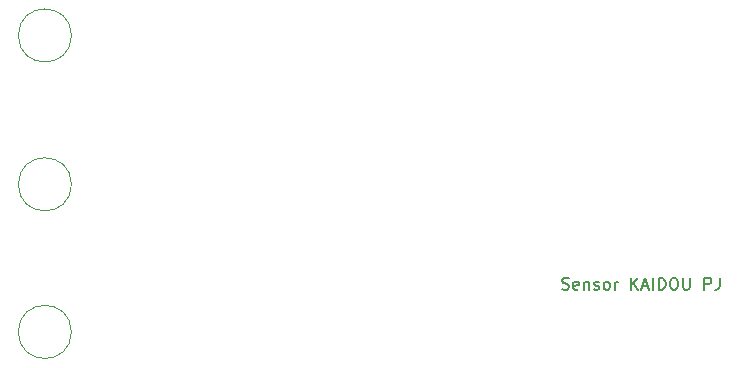
<source format=gbr>
%TF.GenerationSoftware,KiCad,Pcbnew,7.0.5*%
%TF.CreationDate,2024-01-28T13:12:23+09:00*%
%TF.ProjectId,standard_30x80,7374616e-6461-4726-945f-33307838302e,rev?*%
%TF.SameCoordinates,Original*%
%TF.FileFunction,Legend,Top*%
%TF.FilePolarity,Positive*%
%FSLAX46Y46*%
G04 Gerber Fmt 4.6, Leading zero omitted, Abs format (unit mm)*
G04 Created by KiCad (PCBNEW 7.0.5) date 2024-01-28 13:12:23*
%MOMM*%
%LPD*%
G01*
G04 APERTURE LIST*
%ADD10C,0.150000*%
%ADD11C,0.120000*%
G04 APERTURE END LIST*
D10*
X138289160Y-84072200D02*
X138432017Y-84119819D01*
X138432017Y-84119819D02*
X138670112Y-84119819D01*
X138670112Y-84119819D02*
X138765350Y-84072200D01*
X138765350Y-84072200D02*
X138812969Y-84024580D01*
X138812969Y-84024580D02*
X138860588Y-83929342D01*
X138860588Y-83929342D02*
X138860588Y-83834104D01*
X138860588Y-83834104D02*
X138812969Y-83738866D01*
X138812969Y-83738866D02*
X138765350Y-83691247D01*
X138765350Y-83691247D02*
X138670112Y-83643628D01*
X138670112Y-83643628D02*
X138479636Y-83596009D01*
X138479636Y-83596009D02*
X138384398Y-83548390D01*
X138384398Y-83548390D02*
X138336779Y-83500771D01*
X138336779Y-83500771D02*
X138289160Y-83405533D01*
X138289160Y-83405533D02*
X138289160Y-83310295D01*
X138289160Y-83310295D02*
X138336779Y-83215057D01*
X138336779Y-83215057D02*
X138384398Y-83167438D01*
X138384398Y-83167438D02*
X138479636Y-83119819D01*
X138479636Y-83119819D02*
X138717731Y-83119819D01*
X138717731Y-83119819D02*
X138860588Y-83167438D01*
X139670112Y-84072200D02*
X139574874Y-84119819D01*
X139574874Y-84119819D02*
X139384398Y-84119819D01*
X139384398Y-84119819D02*
X139289160Y-84072200D01*
X139289160Y-84072200D02*
X139241541Y-83976961D01*
X139241541Y-83976961D02*
X139241541Y-83596009D01*
X139241541Y-83596009D02*
X139289160Y-83500771D01*
X139289160Y-83500771D02*
X139384398Y-83453152D01*
X139384398Y-83453152D02*
X139574874Y-83453152D01*
X139574874Y-83453152D02*
X139670112Y-83500771D01*
X139670112Y-83500771D02*
X139717731Y-83596009D01*
X139717731Y-83596009D02*
X139717731Y-83691247D01*
X139717731Y-83691247D02*
X139241541Y-83786485D01*
X140146303Y-83453152D02*
X140146303Y-84119819D01*
X140146303Y-83548390D02*
X140193922Y-83500771D01*
X140193922Y-83500771D02*
X140289160Y-83453152D01*
X140289160Y-83453152D02*
X140432017Y-83453152D01*
X140432017Y-83453152D02*
X140527255Y-83500771D01*
X140527255Y-83500771D02*
X140574874Y-83596009D01*
X140574874Y-83596009D02*
X140574874Y-84119819D01*
X141003446Y-84072200D02*
X141098684Y-84119819D01*
X141098684Y-84119819D02*
X141289160Y-84119819D01*
X141289160Y-84119819D02*
X141384398Y-84072200D01*
X141384398Y-84072200D02*
X141432017Y-83976961D01*
X141432017Y-83976961D02*
X141432017Y-83929342D01*
X141432017Y-83929342D02*
X141384398Y-83834104D01*
X141384398Y-83834104D02*
X141289160Y-83786485D01*
X141289160Y-83786485D02*
X141146303Y-83786485D01*
X141146303Y-83786485D02*
X141051065Y-83738866D01*
X141051065Y-83738866D02*
X141003446Y-83643628D01*
X141003446Y-83643628D02*
X141003446Y-83596009D01*
X141003446Y-83596009D02*
X141051065Y-83500771D01*
X141051065Y-83500771D02*
X141146303Y-83453152D01*
X141146303Y-83453152D02*
X141289160Y-83453152D01*
X141289160Y-83453152D02*
X141384398Y-83500771D01*
X142003446Y-84119819D02*
X141908208Y-84072200D01*
X141908208Y-84072200D02*
X141860589Y-84024580D01*
X141860589Y-84024580D02*
X141812970Y-83929342D01*
X141812970Y-83929342D02*
X141812970Y-83643628D01*
X141812970Y-83643628D02*
X141860589Y-83548390D01*
X141860589Y-83548390D02*
X141908208Y-83500771D01*
X141908208Y-83500771D02*
X142003446Y-83453152D01*
X142003446Y-83453152D02*
X142146303Y-83453152D01*
X142146303Y-83453152D02*
X142241541Y-83500771D01*
X142241541Y-83500771D02*
X142289160Y-83548390D01*
X142289160Y-83548390D02*
X142336779Y-83643628D01*
X142336779Y-83643628D02*
X142336779Y-83929342D01*
X142336779Y-83929342D02*
X142289160Y-84024580D01*
X142289160Y-84024580D02*
X142241541Y-84072200D01*
X142241541Y-84072200D02*
X142146303Y-84119819D01*
X142146303Y-84119819D02*
X142003446Y-84119819D01*
X142765351Y-84119819D02*
X142765351Y-83453152D01*
X142765351Y-83643628D02*
X142812970Y-83548390D01*
X142812970Y-83548390D02*
X142860589Y-83500771D01*
X142860589Y-83500771D02*
X142955827Y-83453152D01*
X142955827Y-83453152D02*
X143051065Y-83453152D01*
X144146304Y-84119819D02*
X144146304Y-83119819D01*
X144717732Y-84119819D02*
X144289161Y-83548390D01*
X144717732Y-83119819D02*
X144146304Y-83691247D01*
X145098685Y-83834104D02*
X145574875Y-83834104D01*
X145003447Y-84119819D02*
X145336780Y-83119819D01*
X145336780Y-83119819D02*
X145670113Y-84119819D01*
X146003447Y-84119819D02*
X146003447Y-83119819D01*
X146479637Y-84119819D02*
X146479637Y-83119819D01*
X146479637Y-83119819D02*
X146717732Y-83119819D01*
X146717732Y-83119819D02*
X146860589Y-83167438D01*
X146860589Y-83167438D02*
X146955827Y-83262676D01*
X146955827Y-83262676D02*
X147003446Y-83357914D01*
X147003446Y-83357914D02*
X147051065Y-83548390D01*
X147051065Y-83548390D02*
X147051065Y-83691247D01*
X147051065Y-83691247D02*
X147003446Y-83881723D01*
X147003446Y-83881723D02*
X146955827Y-83976961D01*
X146955827Y-83976961D02*
X146860589Y-84072200D01*
X146860589Y-84072200D02*
X146717732Y-84119819D01*
X146717732Y-84119819D02*
X146479637Y-84119819D01*
X147670113Y-83119819D02*
X147860589Y-83119819D01*
X147860589Y-83119819D02*
X147955827Y-83167438D01*
X147955827Y-83167438D02*
X148051065Y-83262676D01*
X148051065Y-83262676D02*
X148098684Y-83453152D01*
X148098684Y-83453152D02*
X148098684Y-83786485D01*
X148098684Y-83786485D02*
X148051065Y-83976961D01*
X148051065Y-83976961D02*
X147955827Y-84072200D01*
X147955827Y-84072200D02*
X147860589Y-84119819D01*
X147860589Y-84119819D02*
X147670113Y-84119819D01*
X147670113Y-84119819D02*
X147574875Y-84072200D01*
X147574875Y-84072200D02*
X147479637Y-83976961D01*
X147479637Y-83976961D02*
X147432018Y-83786485D01*
X147432018Y-83786485D02*
X147432018Y-83453152D01*
X147432018Y-83453152D02*
X147479637Y-83262676D01*
X147479637Y-83262676D02*
X147574875Y-83167438D01*
X147574875Y-83167438D02*
X147670113Y-83119819D01*
X148527256Y-83119819D02*
X148527256Y-83929342D01*
X148527256Y-83929342D02*
X148574875Y-84024580D01*
X148574875Y-84024580D02*
X148622494Y-84072200D01*
X148622494Y-84072200D02*
X148717732Y-84119819D01*
X148717732Y-84119819D02*
X148908208Y-84119819D01*
X148908208Y-84119819D02*
X149003446Y-84072200D01*
X149003446Y-84072200D02*
X149051065Y-84024580D01*
X149051065Y-84024580D02*
X149098684Y-83929342D01*
X149098684Y-83929342D02*
X149098684Y-83119819D01*
X150336780Y-84119819D02*
X150336780Y-83119819D01*
X150336780Y-83119819D02*
X150717732Y-83119819D01*
X150717732Y-83119819D02*
X150812970Y-83167438D01*
X150812970Y-83167438D02*
X150860589Y-83215057D01*
X150860589Y-83215057D02*
X150908208Y-83310295D01*
X150908208Y-83310295D02*
X150908208Y-83453152D01*
X150908208Y-83453152D02*
X150860589Y-83548390D01*
X150860589Y-83548390D02*
X150812970Y-83596009D01*
X150812970Y-83596009D02*
X150717732Y-83643628D01*
X150717732Y-83643628D02*
X150336780Y-83643628D01*
X151622494Y-83119819D02*
X151622494Y-83834104D01*
X151622494Y-83834104D02*
X151574875Y-83976961D01*
X151574875Y-83976961D02*
X151479637Y-84072200D01*
X151479637Y-84072200D02*
X151336780Y-84119819D01*
X151336780Y-84119819D02*
X151241542Y-84119819D01*
%TO.C,*%
D11*
%TO.C,REF\u002A\u002A*%
X96750000Y-75200000D02*
G75*
G03*
X96750000Y-75200000I-2250000J0D01*
G01*
X96750000Y-87700000D02*
G75*
G03*
X96750000Y-87700000I-2250000J0D01*
G01*
X96750000Y-62600000D02*
G75*
G03*
X96750000Y-62600000I-2250000J0D01*
G01*
%TD*%
M02*

</source>
